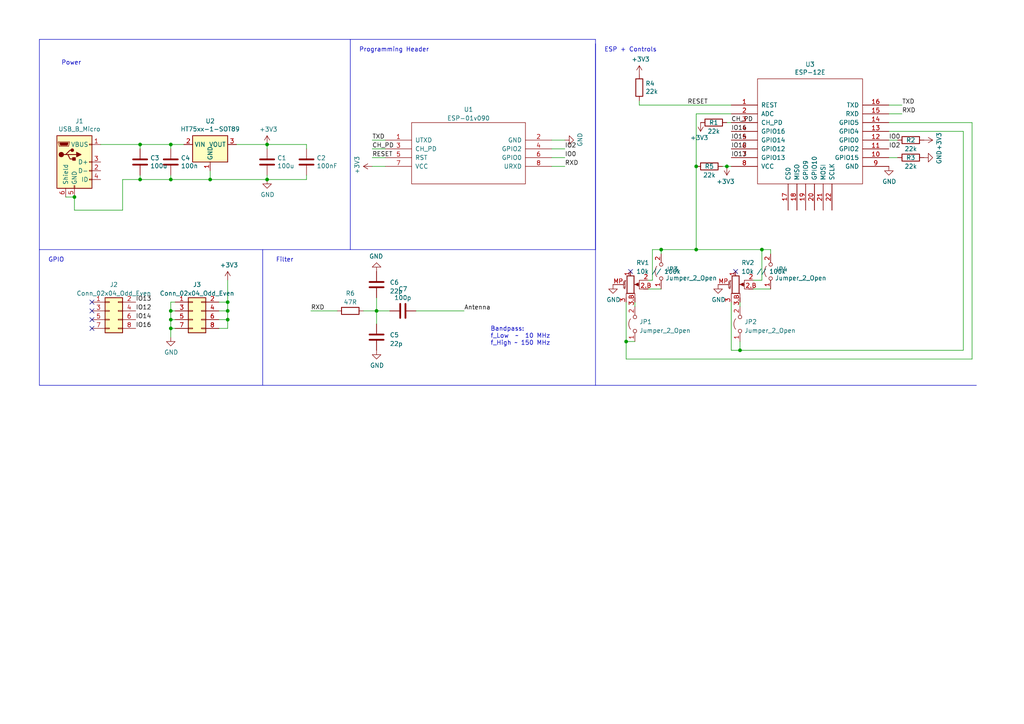
<source format=kicad_sch>
(kicad_sch (version 20230121) (generator eeschema)
  (paper "A4")
  (lib_symbols
    (symbol "Connector:USB_B_Micro" (pin_names (offset 1.016))
      (property "Reference" "J" (at -5.08 11.43 0))
      (property "Value" "USB_B_Micro" (at -5.08 8.89 0))
      (symbol "USB_B_Micro_0_1"
        (rectangle (start -5.08 -7.62) (end 5.08 7.62) (stroke (width 0.254)) (fill (type background)))
        (circle (center -3.81 2.159) (radius 0.635) (stroke (width 0.254)) (fill (type outline)))
        (circle (center -0.635 3.429) (radius 0.381) (stroke (width 0.254)) (fill (type outline)))
        (rectangle (start -0.127 -7.62) (end 0.127 -6.858))
        (polyline (pts (xy -1.905 2.159) (xy 0.635 2.159)) (stroke (width 0.254)))
        (polyline (pts (xy -3.175 2.159) (xy -2.54 2.159) (xy -1.27 3.429) (xy -0.635 3.429)) (stroke (width 0.254)))
        (polyline (pts (xy -2.54 2.159) (xy -1.905 2.159) (xy -1.27 0.889) (xy 0 0.889)) (stroke (width 0.254)))
        (polyline (pts (xy 0.635 2.794) (xy 0.635 1.524) (xy 1.905 2.159) (xy 0.635 2.794)) (stroke (width 0.254)) (fill (type outline)))
        (polyline (pts (xy -4.318 5.588) (xy -1.778 5.588) (xy -2.032 4.826) (xy -4.064 4.826) (xy -4.318 5.588)) (fill (type outline)))
        (polyline (pts (xy -4.699 5.842) (xy -4.699 5.588) (xy -4.445 4.826) (xy -4.445 4.572) (xy -1.651 4.572) (xy -1.651 4.826) (xy -1.397 5.588) (xy -1.397 5.842) (xy -4.699 5.842)))
        (rectangle (start 0.254 1.27) (end -0.508 0.508) (stroke (width 0.254)) (fill (type outline)))
        (rectangle (start 5.08 -5.207) (end 4.318 -4.953))
        (rectangle (start 5.08 -2.667) (end 4.318 -2.413))
        (rectangle (start 5.08 -0.127) (end 4.318 0.127))
        (rectangle (start 5.08 4.953) (end 4.318 5.207))
      )
      (symbol "USB_B_Micro_1_1"
        (pin power_out line (at 7.62 5.08 180) (length 2.54) (name "VBUS") (number "1"))
        (pin bidirectional line (at 7.62 -2.54 180) (length 2.54) (name "D-") (number "2"))
        (pin bidirectional line (at 7.62 0 180) (length 2.54) (name "D+") (number "3"))
        (pin passive line (at 7.62 -5.08 180) (length 2.54) (name "ID") (number "4"))
        (pin power_out line (at 0 -10.16 90) (length 2.54) (name "GND") (number "5"))
        (pin passive line (at -2.54 -10.16 90) (length 2.54) (name "Shield") (number "6"))
      )
    )
    (symbol "Connector_Generic:Conn_02x04_Odd_Even" (pin_names (offset 1.016) hide)
      (property "Reference" "J" (at 1.27 5.08 0))
      (property "Value" "Conn_02x04_Odd_Even" (at 1.27 -7.62 0))
      (symbol "Conn_02x04_Odd_Even_1_1"
        (rectangle (start -1.27 -4.953) (end 0 -5.207) (stroke (width 0.1524)))
        (rectangle (start -1.27 -2.413) (end 0 -2.667) (stroke (width 0.1524)))
        (rectangle (start -1.27 0.127) (end 0 -0.127) (stroke (width 0.1524)))
        (rectangle (start -1.27 2.667) (end 0 2.413) (stroke (width 0.1524)))
        (rectangle (start -1.27 3.81) (end 3.81 -6.35) (stroke (width 0.254)) (fill (type background)))
        (rectangle (start 3.81 -4.953) (end 2.54 -5.207) (stroke (width 0.1524)))
        (rectangle (start 3.81 -2.413) (end 2.54 -2.667) (stroke (width 0.1524)))
        (rectangle (start 3.81 0.127) (end 2.54 -0.127) (stroke (width 0.1524)))
        (rectangle (start 3.81 2.667) (end 2.54 2.413) (stroke (width 0.1524)))
        (pin passive line (at -5.08 2.54 0) (length 3.81) (name "Pin_1") (number "1"))
        (pin passive line (at 7.62 2.54 180) (length 3.81) (name "Pin_2") (number "2"))
        (pin passive line (at -5.08 0 0) (length 3.81) (name "Pin_3") (number "3"))
        (pin passive line (at 7.62 0 180) (length 3.81) (name "Pin_4") (number "4"))
        (pin passive line (at -5.08 -2.54 0) (length 3.81) (name "Pin_5") (number "5"))
        (pin passive line (at 7.62 -2.54 180) (length 3.81) (name "Pin_6") (number "6"))
        (pin passive line (at -5.08 -5.08 0) (length 3.81) (name "Pin_7") (number "7"))
        (pin passive line (at 7.62 -5.08 180) (length 3.81) (name "Pin_8") (number "8"))
      )
    )
    (symbol "Device:C" (pin_numbers hide) (pin_names (offset 0.254))
      (property "Reference" "C" (at 0.635 2.54 0))
      (property "Value" "C" (at 0.635 -2.54 0))
      (symbol "C_0_1"
        (polyline (pts (xy -2.032 -0.762) (xy 2.032 -0.762)) (stroke (width 0.508)))
        (polyline (pts (xy -2.032 0.762) (xy 2.032 0.762)) (stroke (width 0.508)))
      )
      (symbol "C_1_1"
        (pin passive line (at 0 3.81 270) (length 2.794) (name "~") (number "1"))
        (pin passive line (at 0 -3.81 90) (length 2.794) (name "~") (number "2"))
      )
    )
    (symbol "Device:R" (pin_numbers hide) (pin_names (offset 0))
      (property "Reference" "R" (at 2.032 0 90))
      (property "Value" "R" (at 0 0 90))
      (symbol "R_0_1"
        (rectangle (start -1.016 -2.54) (end 1.016 2.54) (stroke (width 0.254)))
      )
      (symbol "R_1_1"
        (pin passive line (at 0 3.81 270) (length 1.27) (name "~") (number "1"))
        (pin passive line (at 0 -3.81 90) (length 1.27) (name "~") (number "2"))
      )
    )
    (symbol "ESP8266:ESP-01v090" (pin_names (offset 1.016))
      (property "Reference" "U" (at 0 -2.54 0))
      (property "Value" "ESP-01v090" (at 0 2.54 0))
      (symbol "ESP-01v090_1_0"
        (rectangle (start -16.51 -8.89) (end 16.51 8.89))
      )
      (symbol "ESP-01v090_1_1"
        (pin output line (at -24.13 3.81 0) (length 7.62) (name "UTXD") (number "1"))
        (pin power_in line (at 24.13 3.81 180) (length 7.62) (name "GND") (number "2"))
        (pin input line (at -24.13 1.27 0) (length 7.62) (name "CH_PD") (number "3"))
        (pin tri_state line (at 24.13 1.27 180) (length 7.62) (name "GPIO2") (number "4"))
        (pin input line (at -24.13 -1.27 0) (length 7.62) (name "RST") (number "5"))
        (pin tri_state line (at 24.13 -1.27 180) (length 7.62) (name "GPIO0") (number "6"))
        (pin power_in line (at -24.13 -3.81 0) (length 7.62) (name "VCC") (number "7"))
        (pin input line (at 24.13 -3.81 180) (length 7.62) (name "URXD") (number "8"))
      )
    )
    (symbol "Jumper:Jumper_2_Open" (pin_names (offset 0) hide)
      (property "Reference" "JP" (at 0 2.794 0))
      (property "Value" "Jumper_2_Open" (at 0 -2.286 0))
      (symbol "Jumper_2_Open_0_0"
        (circle (center -2.032 0) (radius 0.508))
        (circle (center 2.032 0) (radius 0.508))
      )
      (symbol "Jumper_2_Open_0_1"
        (arc (start 1.524 1.27) (mid 0 1.778) (end -1.524 1.27))
      )
      (symbol "Jumper_2_Open_1_1"
        (pin passive line (at -5.08 0 0) (length 2.54) (name "A") (number "1"))
        (pin passive line (at 5.08 0 180) (length 2.54) (name "B") (number "2"))
      )
    )
    (symbol "Regulator_Linear:HT75xx-1-SOT89"
      (property "Reference" "U" (at -5.08 -3.81 0))
      (property "Value" "HT75xx-1-SOT89" (at 0 6.35 0))
      (symbol "HT75xx-1-SOT89_0_1"
        (rectangle (start -5.08 5.08) (end 5.08 -2.54) (stroke (width 0.254)) (fill (type background)))
      )
      (symbol "HT75xx-1-SOT89_1_1"
        (pin power_in line (at 0 -5.08 90) (length 2.54) (name "GND") (number "1"))
        (pin power_in line (at -7.62 2.54 0) (length 2.54) (name "VIN") (number "2"))
        (pin power_out line (at 7.62 2.54 180) (length 2.54) (name "VOUT") (number "3"))
      )
    )
    (symbol "pongCard-rescue:ESP-12E-ESP8266" (pin_names (offset 1.016))
      (property "Reference" "U" (at 0 -2.54 0))
      (property "Value" "ESP8266_ESP-12E" (at 0 2.54 0))
      (symbol "ESP-12E-ESP8266_1_0"
        (rectangle (start -15.24 -15.24) (end 15.24 15.24))
      )
      (symbol "ESP-12E-ESP8266_1_1"
        (pin input line (at -22.86 7.62 0) (length 7.62) (name "REST") (number "1"))
        (pin bidirectional line (at 22.86 -7.62 180) (length 7.62) (name "GPIO15") (number "10"))
        (pin bidirectional line (at 22.86 -5.08 180) (length 7.62) (name "GPIO2") (number "11"))
        (pin bidirectional line (at 22.86 -2.54 180) (length 7.62) (name "GPIO0") (number "12"))
        (pin bidirectional line (at 22.86 0 180) (length 7.62) (name "GPIO4") (number "13"))
        (pin bidirectional line (at 22.86 2.54 180) (length 7.62) (name "GPIO5") (number "14"))
        (pin input line (at 22.86 5.08 180) (length 7.62) (name "RXD") (number "15"))
        (pin output line (at 22.86 7.62 180) (length 7.62) (name "TXD") (number "16"))
        (pin bidirectional line (at -6.35 -22.86 90) (length 7.62) (name "CS0") (number "17"))
        (pin bidirectional line (at -3.81 -22.86 90) (length 7.62) (name "MISO") (number "18"))
        (pin bidirectional line (at -1.27 -22.86 90) (length 7.62) (name "GPIO9") (number "19"))
        (pin passive line (at -22.86 5.08 0) (length 7.62) (name "ADC") (number "2"))
        (pin bidirectional line (at 1.27 -22.86 90) (length 7.62) (name "GPIO10") (number "20"))
        (pin bidirectional line (at 3.81 -22.86 90) (length 7.62) (name "MOSI") (number "21"))
        (pin bidirectional line (at 6.35 -22.86 90) (length 7.62) (name "SCLK") (number "22"))
        (pin input line (at -22.86 2.54 0) (length 7.62) (name "CH_PD") (number "3"))
        (pin bidirectional line (at -22.86 0 0) (length 7.62) (name "GPIO16") (number "4"))
        (pin bidirectional line (at -22.86 -2.54 0) (length 7.62) (name "GPIO14") (number "5"))
        (pin bidirectional line (at -22.86 -5.08 0) (length 7.62) (name "GPIO12") (number "6"))
        (pin bidirectional line (at -22.86 -7.62 0) (length 7.62) (name "GPIO13") (number "7"))
        (pin power_in line (at -22.86 -10.16 0) (length 7.62) (name "VCC") (number "8"))
        (pin power_in line (at 22.86 -10.16 180) (length 7.62) (name "GND") (number "9"))
      )
    )
    (symbol "pongCard:R_POT_Interchangeable" (pin_names (offset 1.016) hide)
      (property "Reference" "RV" (at -8.255 0 90))
      (property "Value" "R_POT_Interchangeable" (at -6.35 0 90))
      (symbol "R_POT_Interchangeable_0_1"
        (polyline (pts (xy 2.54 0) (xy 1.524 0)))
        (polyline (pts (xy 1.143 0) (xy 2.286 0.508) (xy 2.286 -0.508)) (fill (type outline)))
        (polyline (pts (xy 1.27 -3.81) (xy 1.27 -2.54) (xy -1.27 -2.54) (xy -1.27 -3.81)))
        (polyline (pts (xy 3.81 1.27) (xy 2.54 1.27) (xy 2.54 0) (xy 2.54 -1.27) (xy 3.81 -1.27)))
        (rectangle (start 1.016 2.54) (end -1.016 -2.54) (stroke (width 0.254)))
      )
      (symbol "R_POT_Interchangeable_1_1"
        (polyline (pts (xy -2.032 1.016) (xy -2.032 -1.016)) (stroke (width 0.1524)))
        (text "Mounting" (at -1.651 0 900) (effects (font (size 0.381 0.381))))
        (pin passive line (at 0 3.81 270) (length 1.27) (name "1") (number "1"))
        (pin passive line (at 5.08 1.27 180) (length 1.27) (name "2") (number "2"))
        (pin passive line (at 5.08 -1.27 180) (length 1.27) (name "2.B") (number "2.B"))
        (pin passive line (at -1.27 -5.08 90) (length 1.27) (name "3") (number "3"))
        (pin passive line (at 1.27 -5.08 90) (length 1.27) (name "3.B") (number "3.B"))
        (pin passive line (at -5.08 0 0) (length 3.048) (name "MountPin") (number "MP"))
      )
    )
    (symbol "power:+3V3" (power) (pin_names (offset 0))
      (property "Value" "+3V3" (at 0 3.556 0))
      (symbol "+3V3_0_1"
        (polyline (pts (xy -0.762 1.27) (xy 0 2.54)))
        (polyline (pts (xy 0 0) (xy 0 2.54)))
        (polyline (pts (xy 0 2.54) (xy 0.762 1.27)))
      )
      (symbol "+3V3_1_1"
        (pin power_in line (at 0 0 90) (length 0) hide (name "+3V3") (number "1"))
      )
    )
    (symbol "power:GND" (power) (pin_names (offset 0))
      (property "Value" "GND" (at 0 -3.81 0))
      (symbol "GND_0_1"
        (polyline (pts (xy 0 0) (xy 0 -1.27) (xy 1.27 -1.27) (xy 0 -2.54) (xy -1.27 -1.27) (xy 0 -1.27)))
      )
      (symbol "GND_1_1"
        (pin power_in line (at 0 0 270) (length 0) hide (name "GND") (number "1"))
      )
    )
  )
  (junction (at 66.04 92.71))
  (junction (at 49.53 92.71))
  (junction (at 60.96 52.07))
  (junction (at 49.53 95.25))
  (junction (at 21.59 57.15))
  (junction (at 181.61 99.06))
  (junction (at 201.93 48.26))
  (junction (at 66.04 90.17))
  (junction (at 66.04 87.63))
  (junction (at 191.77 72.39))
  (junction (at 77.47 52.07))
  (junction (at 210.82 48.26))
  (junction (at 40.64 41.91))
  (junction (at 220.98 72.39))
  (junction (at 49.53 90.17))
  (junction (at 201.93 72.39))
  (junction (at 109.22 90.17))
  (junction (at 49.53 41.91))
  (junction (at 49.53 52.07))
  (junction (at 40.64 52.07))
  (junction (at 77.47 41.91))
  (junction (at 214.63 101.6))
  (no_connect (at 26.67 95.25))
  (no_connect (at 26.67 87.63))
  (no_connect (at 26.67 92.71))
  (no_connect (at 26.67 90.17))
  (no_connect (at 213.36 78.74))
  (no_connect (at 182.88 78.74))
  (wire (pts (xy 77.47 50.8) (xy 77.47 52.07)))
  (wire (pts (xy 19.05 57.15) (xy 21.59 57.15)))
  (wire (pts (xy 257.81 33.02) (xy 261.62 33.02)))
  (wire (pts (xy 63.5 87.63) (xy 66.04 87.63)))
  (wire (pts (xy 35.56 60.96) (xy 21.59 60.96)))
  (wire (pts (xy 223.52 72.39) (xy 220.98 72.39)))
  (wire (pts (xy 191.77 72.39) (xy 191.77 73.66)))
  (wire (pts (xy 160.02 43.18) (xy 163.83 43.18)))
  (wire (pts (xy 66.04 90.17) (xy 66.04 92.71)))
  (wire (pts (xy 88.9 41.91) (xy 88.9 43.18)))
  (wire (pts (xy 191.77 72.39) (xy 201.93 72.39)))
  (wire (pts (xy 189.23 72.39) (xy 191.77 72.39)))
  (wire (pts (xy 63.5 90.17) (xy 66.04 90.17)))
  (wire (pts (xy 49.53 87.63) (xy 50.8 87.63)))
  (wire (pts (xy 66.04 95.25) (xy 63.5 95.25)))
  (wire (pts (xy 88.9 52.07) (xy 77.47 52.07)))
  (wire (pts (xy 35.56 52.07) (xy 35.56 60.96)))
  (wire (pts (xy 218.44 81.28) (xy 220.98 81.28)))
  (wire (pts (xy 212.09 48.26) (xy 210.82 48.26)))
  (polyline (pts (xy 172.72 11.43) (xy 172.72 72.39)))
  (polyline (pts (xy 101.6 72.39) (xy 11.43 72.39)))
  (wire (pts (xy 189.23 81.28) (xy 189.23 72.39)))
  (wire (pts (xy 66.04 87.63) (xy 66.04 90.17)))
  (wire (pts (xy 212.09 35.56) (xy 210.82 35.56)))
  (wire (pts (xy 40.64 52.07) (xy 40.64 50.8)))
  (wire (pts (xy 160.02 40.64) (xy 163.83 40.64)))
  (wire (pts (xy 220.98 81.28) (xy 220.98 72.39)))
  (wire (pts (xy 210.82 48.26) (xy 209.55 48.26)))
  (wire (pts (xy 107.95 40.64) (xy 111.76 40.64)))
  (wire (pts (xy 40.64 41.91) (xy 29.21 41.91)))
  (wire (pts (xy 279.4 101.6) (xy 279.4 38.1)))
  (wire (pts (xy 40.64 52.07) (xy 49.53 52.07)))
  (polyline (pts (xy 11.43 11.43) (xy 11.43 72.39)))
  (wire (pts (xy 187.96 83.82) (xy 191.77 83.82)))
  (wire (pts (xy 185.42 30.48) (xy 185.42 29.21)))
  (wire (pts (xy 107.95 48.26) (xy 111.76 48.26)))
  (wire (pts (xy 88.9 50.8) (xy 88.9 52.07)))
  (wire (pts (xy 109.22 86.36) (xy 109.22 90.17)))
  (wire (pts (xy 49.53 52.07) (xy 49.53 50.8)))
  (wire (pts (xy 181.61 99.06) (xy 181.61 104.14)))
  (wire (pts (xy 49.53 41.91) (xy 40.64 41.91)))
  (wire (pts (xy 107.95 43.18) (xy 111.76 43.18)))
  (wire (pts (xy 181.61 99.06) (xy 184.15 99.06)))
  (wire (pts (xy 257.81 40.64) (xy 260.35 40.64)))
  (wire (pts (xy 49.53 95.25) (xy 50.8 95.25)))
  (wire (pts (xy 49.53 90.17) (xy 50.8 90.17)))
  (wire (pts (xy 212.09 87.63) (xy 212.09 101.6)))
  (wire (pts (xy 105.41 90.17) (xy 109.22 90.17)))
  (wire (pts (xy 40.64 52.07) (xy 35.56 52.07)))
  (polyline (pts (xy 76.2 72.39) (xy 76.2 111.76)))
  (wire (pts (xy 201.93 72.39) (xy 220.98 72.39)))
  (wire (pts (xy 66.04 92.71) (xy 66.04 95.25)))
  (wire (pts (xy 77.47 41.91) (xy 77.47 43.18)))
  (wire (pts (xy 214.63 101.6) (xy 279.4 101.6)))
  (wire (pts (xy 212.09 30.48) (xy 185.42 30.48)))
  (wire (pts (xy 187.96 81.28) (xy 189.23 81.28)))
  (wire (pts (xy 160.02 45.72) (xy 163.83 45.72)))
  (wire (pts (xy 63.5 92.71) (xy 66.04 92.71)))
  (wire (pts (xy 257.81 35.56) (xy 281.94 35.56)))
  (wire (pts (xy 212.09 33.02) (xy 201.93 33.02)))
  (polyline (pts (xy 172.72 111.76) (xy 11.43 111.76)))
  (wire (pts (xy 212.09 101.6) (xy 214.63 101.6)))
  (polyline (pts (xy 101.6 72.39) (xy 172.72 72.39)))
  (polyline (pts (xy 172.72 111.76) (xy 172.72 12.7)))
  (polyline (pts (xy 101.6 11.43) (xy 101.6 72.39)))
  (wire (pts (xy 68.58 41.91) (xy 77.47 41.91)))
  (wire (pts (xy 49.53 41.91) (xy 49.53 43.18)))
  (wire (pts (xy 49.53 95.25) (xy 49.53 92.71)))
  (wire (pts (xy 53.34 41.91) (xy 49.53 41.91)))
  (wire (pts (xy 279.4 38.1) (xy 257.81 38.1)))
  (wire (pts (xy 109.22 90.17) (xy 109.22 93.98)))
  (wire (pts (xy 49.53 90.17) (xy 49.53 87.63)))
  (wire (pts (xy 201.93 33.02) (xy 201.93 48.26)))
  (wire (pts (xy 160.02 48.26) (xy 163.83 48.26)))
  (wire (pts (xy 257.81 45.72) (xy 260.35 45.72)))
  (wire (pts (xy 107.95 45.72) (xy 111.76 45.72)))
  (wire (pts (xy 60.96 49.53) (xy 60.96 52.07)))
  (wire (pts (xy 109.22 90.17) (xy 113.03 90.17)))
  (wire (pts (xy 214.63 99.06) (xy 214.63 101.6)))
  (wire (pts (xy 49.53 92.71) (xy 49.53 90.17)))
  (wire (pts (xy 218.44 83.82) (xy 223.52 83.82)))
  (polyline (pts (xy 101.6 11.43) (xy 172.72 11.43)))
  (wire (pts (xy 66.04 81.28) (xy 66.04 87.63)))
  (wire (pts (xy 40.64 41.91) (xy 40.64 43.18)))
  (wire (pts (xy 181.61 87.63) (xy 181.61 99.06)))
  (wire (pts (xy 257.81 30.48) (xy 261.62 30.48)))
  (wire (pts (xy 60.96 52.07) (xy 49.53 52.07)))
  (polyline (pts (xy 11.43 11.43) (xy 101.6 11.43)))
  (wire (pts (xy 49.53 97.79) (xy 49.53 95.25)))
  (wire (pts (xy 77.47 52.07) (xy 60.96 52.07)))
  (wire (pts (xy 184.15 87.63) (xy 184.15 88.9)))
  (wire (pts (xy 181.61 104.14) (xy 281.94 104.14)))
  (polyline (pts (xy 11.43 111.76) (xy 11.43 72.39)))
  (wire (pts (xy 201.93 48.26) (xy 201.93 72.39)))
  (wire (pts (xy 214.63 87.63) (xy 214.63 88.9)))
  (wire (pts (xy 120.65 90.17) (xy 134.62 90.17)))
  (polyline (pts (xy 283.21 111.76) (xy 172.72 111.76)))
  (wire (pts (xy 21.59 57.15) (xy 21.59 60.96)))
  (wire (pts (xy 77.47 41.91) (xy 88.9 41.91)))
  (wire (pts (xy 223.52 73.66) (xy 223.52 72.39)))
  (wire (pts (xy 90.17 90.17) (xy 97.79 90.17)))
  (wire (pts (xy 49.53 92.71) (xy 50.8 92.71)))
  (wire (pts (xy 281.94 35.56) (xy 281.94 104.14)))
  (text "GPIO" (at 13.97 76.2 0) (effects (font (size 1.27 1.27)) (justify left bottom)))
  (text "Bandpass:\nf_Low  ~  10 MHz\nf_High ~ 150 MHz" (at 142.24 100.33 0) (effects (font (size 1.27 1.27)) (justify left bottom)))
  (text "Programming Header" (at 104.14 15.24 0) (effects (font (size 1.27 1.27)) (justify left bottom)))
  (text "Filter" (at 80.01 76.2 0) (effects (font (size 1.27 1.27)) (justify left bottom)))
  (text "ESP + Controls" (at 175.26 15.24 0) (effects (font (size 1.27 1.27)) (justify left bottom)))
  (text "Power" (at 17.78 19.05 0) (effects (font (size 1.27 1.27)) (justify left bottom)))
  (label "IO14" (at 39.37 92.71 0))
  (label "RXD" (at 163.83 48.26 0))
  (label "IO16" (at 212.09 38.1 0))
  (label "RXD" (at 261.62 33.02 0))
  (label "IO0" (at 163.83 45.72 0))
  (label "RXD" (at 90.17 90.17 0))
  (label "IO0" (at 257.81 40.64 0))
  (label "IO2" (at 257.81 43.18 0))
  (label "IO2" (at 163.83 43.18 0))
  (label "TXD" (at 107.95 40.64 0))
  (label "CH_PD" (at 107.95 43.18 0))
  (label "RESET" (at 107.95 45.72 0))
  (label "Antenna" (at 134.62 90.17 0))
  (label "IO12" (at 212.09 43.18 0))
  (label "IO12" (at 39.37 90.17 0))
  (label "IO13" (at 39.37 87.63 0))
  (label "RESET" (at 199.39 30.48 0))
  (label "IO14" (at 212.09 40.64 0))
  (label "IO13" (at 212.09 45.72 0))
  (label "IO16" (at 39.37 95.25 0))
  (label "CH_PD" (at 212.09 35.56 0))
  (label "TXD" (at 261.62 30.48 0))
  (symbol (lib_id "pongCard-rescue:ESP-12E-ESP8266") (at 234.95 38.1 0) (unit 1)
    (property "Reference" "U3" (at 234.95 18.669 0))
    (property "Value" "ESP-12E" (at 234.95 20.9804 0))
    (property "Footprint" "ESP8266:ESP-12E" (effects hide))
    (property "Datasheet" "http://l0l.org.uk/2014/12/esp8266-modules-hardware-guide-gotta-catch-em-all/" (effects hide))
  )
  (symbol (lib_id "Device:R") (at 205.74 48.26 270) (unit 1)
    (property "Reference" "R5" (at 205.74 48.26 90))
    (property "Value" "22k" (at 205.74 50.8 90))
    (property "Footprint" "Resistor_SMD:R_0603_1608Metric_Pad0.98x0.95mm_HandSolder" (effects hide))
    (property "Datasheet" "https://lcsc.com/product-detail/Chip-Resistor-Surface-Mount_RALEC-RTT03223JTP_C103426.html" (effects hide))
  )
  (symbol (lib_id "Connector:USB_B_Micro") (at 21.59 46.99 0) (unit 1)
    (property "Reference" "J1" (at 23.0378 35.1282 0))
    (property "Value" "USB_B_Micro" (at 23.0378 37.4396 0))
    (property "Footprint" "Connector_USB:USB_Micro-B_Molex-105017-0001" (effects hide))
    (property "Datasheet" "https://lcsc.com/product-detail/USB-Connectors_SHOU-HAN-MicroXNJ_C404969.html" (effects hide))
  )
  (symbol (lib_id "Regulator_Linear:HT75xx-1-SOT89") (at 60.96 44.45 0) (unit 1)
    (property "Reference" "U2" (at 60.96 35.1282 0))
    (property "Value" "HT75xx-1-SOT89" (at 60.96 37.4396 0))
    (property "Footprint" "Package_TO_SOT_SMD:SOT-89-3" (effects hide))
    (property "Datasheet" "https://lcsc.com/product-detail/Linear-Voltage-Regulators-LDO_KEXIN-HT7533_C499633.html" (effects hide))
  )
  (symbol (lib_id "Device:C") (at 77.47 46.99 0) (unit 1)
    (property "Reference" "C1" (at 80.391 45.8216 0) (effects (justify left)))
    (property "Value" "100u" (at 80.391 48.133 0) (effects (justify left)))
    (property "Footprint" "Capacitor_SMD:C_1206_3216Metric_Pad1.33x1.80mm_HandSolder" (effects hide))
    (property "Datasheet" "https://lcsc.com/product-detail/Multilayer-Ceramic-Capacitors-MLCC-SMD-SMT_Samsung-Electro-Mechanics-CL31A107MQHNNNE_C15008.html" (effects hide))
  )
  (symbol (lib_id "power:GND") (at 77.47 52.07 0) (unit 1)
    (property "Reference" "#PWR0101" (effects hide))
    (property "Value" "GND" (at 77.597 56.4642 0))
  )
  (symbol (lib_id "power:+3V3") (at 77.47 41.91 0) (unit 1)
    (property "Reference" "#PWR0102" (effects hide))
    (property "Value" "+3V3" (at 77.851 37.5158 0))
  )
  (symbol (lib_id "Device:R") (at 185.42 25.4 0) (unit 1)
    (property "Reference" "R4" (at 187.198 24.2316 0) (effects (justify left)))
    (property "Value" "22k" (at 187.198 26.543 0) (effects (justify left)))
    (property "Footprint" "Resistor_SMD:R_0603_1608Metric_Pad0.98x0.95mm_HandSolder" (effects hide))
    (property "Datasheet" "https://lcsc.com/product-detail/Chip-Resistor-Surface-Mount_RALEC-RTT03223JTP_C103426.html" (effects hide))
  )
  (symbol (lib_id "power:+3V3") (at 185.42 21.59 0) (unit 1)
    (property "Reference" "#PWR0104" (effects hide))
    (property "Value" "+3V3" (at 185.801 17.1958 0))
  )
  (symbol (lib_id "power:+3V3") (at 210.82 48.26 180) (unit 1)
    (property "Reference" "#PWR0105" (effects hide))
    (property "Value" "+3V3" (at 210.439 52.6542 0))
  )
  (symbol (lib_id "power:GND") (at 257.81 48.26 0) (unit 1)
    (property "Reference" "#PWR0106" (effects hide))
    (property "Value" "GND" (at 257.937 52.6542 0))
  )
  (symbol (lib_id "Device:C") (at 88.9 46.99 0) (unit 1)
    (property "Reference" "C2" (at 91.821 45.8216 0) (effects (justify left)))
    (property "Value" "100nF" (at 91.821 48.133 0) (effects (justify left)))
    (property "Footprint" "Capacitor_SMD:C_0603_1608Metric_Pad1.08x0.95mm_HandSolder" (effects hide))
    (property "Datasheet" "https://lcsc.com/product-detail/Multilayer-Ceramic-Capacitors-MLCC-SMD-SMT_Walsin-Tech-Corp-0603B104K250CT_C83054.html" (effects hide))
  )
  (symbol (lib_id "Device:C") (at 40.64 46.99 0) (unit 1)
    (property "Reference" "C3" (at 43.561 45.8216 0) (effects (justify left)))
    (property "Value" "100u" (at 43.561 48.133 0) (effects (justify left)))
    (property "Footprint" "Capacitor_SMD:C_1206_3216Metric_Pad1.33x1.80mm_HandSolder" (effects hide))
  )
  (symbol (lib_id "Device:C") (at 49.53 46.99 0) (unit 1)
    (property "Reference" "C4" (at 52.451 45.8216 0) (effects (justify left)))
    (property "Value" "100n" (at 52.451 48.133 0) (effects (justify left)))
    (property "Footprint" "Capacitor_SMD:C_0603_1608Metric_Pad1.08x0.95mm_HandSolder" (effects hide))
  )
  (symbol (lib_id "power:GND") (at 177.8 82.55 0) (unit 1)
    (property "Reference" "#PWR0103" (effects hide))
    (property "Value" "GND" (at 177.927 86.9442 0))
  )
  (symbol (lib_id "power:GND") (at 208.28 82.55 0) (unit 1)
    (property "Reference" "#PWR0107" (effects hide))
    (property "Value" "GND" (at 208.407 86.9442 0))
  )
  (symbol (lib_id "Device:R") (at 264.16 45.72 270) (unit 1)
    (property "Reference" "R3" (at 264.16 45.72 90))
    (property "Value" "22k" (at 264.16 48.26 90))
    (property "Footprint" "Resistor_SMD:R_0603_1608Metric_Pad0.98x0.95mm_HandSolder" (effects hide))
    (property "Datasheet" "https://lcsc.com/product-detail/Chip-Resistor-Surface-Mount_RALEC-RTT03223JTP_C103426.html" (effects hide))
  )
  (symbol (lib_id "power:+3V3") (at 107.95 48.26 90) (unit 1)
    (property "Reference" "#PWR03" (effects hide))
    (property "Value" "+3V3" (at 103.5558 47.879 0))
  )
  (symbol (lib_id "Jumper:Jumper_2_Open") (at 184.15 93.98 90) (unit 1)
    (property "Reference" "JP1" (at 185.42 93.345 90) (effects (justify right)))
    (property "Value" "Jumper_2_Open" (at 185.42 95.885 90) (effects (justify right)))
    (property "Footprint" "Jumper:SolderJumper-2_P1.3mm_Open_RoundedPad1.0x1.5mm" (effects hide))
  )
  (symbol (lib_id "power:GND") (at 49.53 97.79 0) (unit 1)
    (property "Reference" "#PWR06" (effects hide))
    (property "Value" "GND" (at 49.657 102.1842 0))
  )
  (symbol (lib_id "Device:C") (at 109.22 82.55 0) (unit 1)
    (property "Reference" "C6" (at 113.03 81.915 0) (effects (justify left)))
    (property "Value" "22p" (at 113.03 84.455 0) (effects (justify left)))
    (property "Footprint" "Capacitor_SMD:C_0603_1608Metric_Pad1.08x0.95mm_HandSolder" (effects hide))
  )
  (symbol (lib_id "ESP8266:ESP-01v090") (at 135.89 44.45 0) (unit 1)
    (property "Reference" "U1" (at 135.89 31.75 0))
    (property "Value" "ESP-01v090" (at 135.89 34.29 0))
    (property "Footprint" "pongCard:ESP-01" (effects hide))
    (property "Datasheet" "http://l0l.org.uk/2014/12/esp8266-modules-hardware-guide-gotta-catch-em-all/" (effects hide))
  )
  (symbol (lib_id "power:+3V3") (at 66.04 81.28 0) (unit 1)
    (property "Reference" "#PWR07" (effects hide))
    (property "Value" "+3V3" (at 66.421 76.8858 0))
  )
  (symbol (lib_id "power:+3V3") (at 267.97 40.64 270) (unit 1)
    (property "Reference" "#PWR01" (effects hide))
    (property "Value" "+3V3" (at 272.3642 41.021 0))
  )
  (symbol (lib_id "Connector_Generic:Conn_02x04_Odd_Even") (at 55.88 90.17 0) (unit 1)
    (property "Reference" "J3" (at 57.15 82.55 0))
    (property "Value" "Conn_02x04_Odd_Even" (at 57.15 85.09 0))
    (property "Footprint" "pongCard:protoPins2x4" (effects hide))
  )
  (symbol (lib_id "Device:R") (at 207.01 35.56 270) (unit 1)
    (property "Reference" "R1" (at 207.01 35.56 90))
    (property "Value" "22k" (at 207.01 38.1 90))
    (property "Footprint" "Resistor_SMD:R_0603_1608Metric_Pad0.98x0.95mm_HandSolder" (effects hide))
    (property "Datasheet" "https://lcsc.com/product-detail/Chip-Resistor-Surface-Mount_RALEC-RTT03223JTP_C103426.html" (effects hide))
  )
  (symbol (lib_id "Device:C") (at 109.22 97.79 0) (unit 1)
    (property "Reference" "C5" (at 113.03 97.155 0) (effects (justify left)))
    (property "Value" "22p" (at 113.03 99.695 0) (effects (justify left)))
    (property "Footprint" "Capacitor_SMD:C_0603_1608Metric_Pad1.08x0.95mm_HandSolder" (effects hide))
  )
  (symbol (lib_id "power:GND") (at 163.83 40.64 90) (unit 1)
    (property "Reference" "#PWR04" (effects hide))
    (property "Value" "GND" (at 168.2242 40.513 0))
  )
  (symbol (lib_id "Jumper:Jumper_2_Open") (at 223.52 78.74 90) (unit 1)
    (property "Reference" "JP4" (at 224.79 78.105 90) (effects (justify right)))
    (property "Value" "Jumper_2_Open" (at 224.79 80.645 90) (effects (justify right)))
    (property "Footprint" "Jumper:SolderJumper-2_P1.3mm_Open_RoundedPad1.0x1.5mm" (effects hide))
  )
  (symbol (lib_id "pongCard:R_POT_Interchangeable") (at 182.88 82.55 0) (unit 1)
    (property "Reference" "RV1" (at 184.5311 76.2 0) (effects (justify left)))
    (property "Value" "10k // 100k" (at 184.5311 78.74 0) (effects (justify left)))
    (property "Footprint" "pongCard:linearPotentiometer" (effects hide))
  )
  (symbol (lib_id "Device:R") (at 264.16 40.64 270) (unit 1)
    (property "Reference" "R2" (at 264.16 40.64 90))
    (property "Value" "22k" (at 264.16 43.18 90))
    (property "Footprint" "Resistor_SMD:R_0603_1608Metric_Pad0.98x0.95mm_HandSolder" (effects hide))
    (property "Datasheet" "https://lcsc.com/product-detail/Chip-Resistor-Surface-Mount_RALEC-RTT03223JTP_C103426.html" (effects hide))
  )
  (symbol (lib_id "power:GND") (at 109.22 78.74 180) (unit 1)
    (property "Reference" "#PWR09" (effects hide))
    (property "Value" "GND" (at 109.093 74.3458 0))
  )
  (symbol (lib_id "Jumper:Jumper_2_Open") (at 214.63 93.98 90) (unit 1)
    (property "Reference" "JP2" (at 215.9 93.345 90) (effects (justify right)))
    (property "Value" "Jumper_2_Open" (at 215.9 95.885 90) (effects (justify right)))
    (property "Footprint" "Jumper:SolderJumper-2_P1.3mm_Open_RoundedPad1.0x1.5mm" (effects hide))
  )
  (symbol (lib_id "Jumper:Jumper_2_Open") (at 191.77 78.74 90) (unit 1)
    (property "Reference" "JP3" (at 193.04 78.105 90) (effects (justify right)))
    (property "Value" "Jumper_2_Open" (at 193.04 80.645 90) (effects (justify right)))
    (property "Footprint" "Jumper:SolderJumper-2_P1.3mm_Open_RoundedPad1.0x1.5mm" (effects hide))
  )
  (symbol (lib_id "Device:C") (at 116.84 90.17 90) (unit 1)
    (property "Reference" "C7" (at 116.84 83.82 90))
    (property "Value" "100p" (at 116.84 86.36 90))
    (property "Footprint" "Capacitor_SMD:C_0603_1608Metric_Pad1.08x0.95mm_HandSolder" (effects hide))
  )
  (symbol (lib_id "Device:R") (at 101.6 90.17 90) (unit 1)
    (property "Reference" "R6" (at 101.6 85.09 90))
    (property "Value" "47R" (at 101.6 87.63 90))
    (property "Footprint" "Resistor_SMD:R_0603_1608Metric_Pad0.98x0.95mm_HandSolder" (effects hide))
  )
  (symbol (lib_id "Connector_Generic:Conn_02x04_Odd_Even") (at 31.75 90.17 0) (unit 1)
    (property "Reference" "J2" (at 33.02 82.55 0))
    (property "Value" "Conn_02x04_Odd_Even" (at 33.02 85.09 0))
    (property "Footprint" "pongCard:protoPins2x4" (effects hide))
  )
  (symbol (lib_id "power:+3V3") (at 203.2 35.56 180) (unit 1)
    (property "Reference" "#PWR05" (effects hide))
    (property "Value" "+3V3" (at 202.819 39.9542 0))
  )
  (symbol (lib_id "pongCard:R_POT_Interchangeable") (at 213.36 82.55 0) (unit 1)
    (property "Reference" "RV2" (at 215.0111 76.2 0) (effects (justify left)))
    (property "Value" "10k // 100k" (at 215.0111 78.74 0) (effects (justify left)))
    (property "Footprint" "pongCard:linearPotentiometer" (effects hide))
  )
  (symbol (lib_id "power:GND") (at 109.22 101.6 0) (unit 1)
    (property "Reference" "#PWR08" (effects hide))
    (property "Value" "GND" (at 109.347 105.9942 0))
  )
  (symbol (lib_id "power:GND") (at 267.97 45.72 90) (unit 1)
    (property "Reference" "#PWR02" (effects hide))
    (property "Value" "GND" (at 272.3642 45.593 0))
  )
)
</source>
